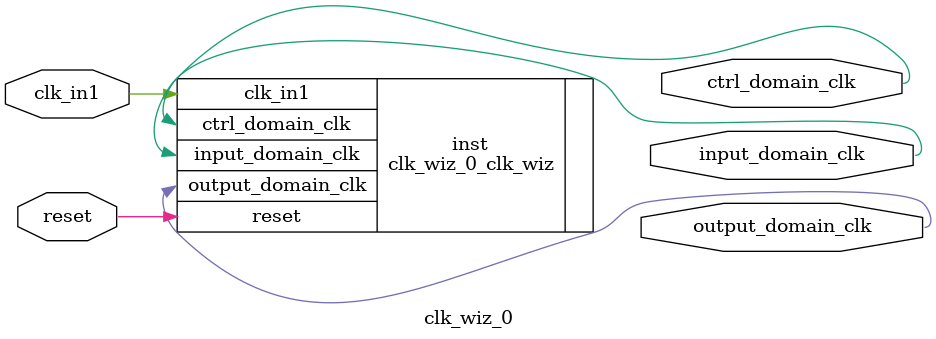
<source format=v>


`timescale 1ps/1ps

(* CORE_GENERATION_INFO = "clk_wiz_0,clk_wiz_v6_0_16_0_0,{component_name=clk_wiz_0,use_phase_alignment=true,use_min_o_jitter=false,use_max_i_jitter=false,use_dyn_phase_shift=false,use_inclk_switchover=false,use_dyn_reconfig=false,enable_axi=0,feedback_source=FDBK_AUTO,PRIMITIVE=MMCM,num_out_clk=3,clkin1_period=10.000,clkin2_period=10.000,use_power_down=false,use_reset=true,use_locked=false,use_inclk_stopped=false,feedback_type=SINGLE,CLOCK_MGR_TYPE=NA,manual_override=false}" *)

module clk_wiz_0 
 (
  // Clock out ports
  output        input_domain_clk,
  output        ctrl_domain_clk,
  output        output_domain_clk,
  // Status and control signals
  input         reset,
 // Clock in ports
  input         clk_in1
 );

  clk_wiz_0_clk_wiz inst
  (
  // Clock out ports  
  .input_domain_clk(input_domain_clk),
  .ctrl_domain_clk(ctrl_domain_clk),
  .output_domain_clk(output_domain_clk),
  // Status and control signals               
  .reset(reset), 
 // Clock in ports
  .clk_in1(clk_in1)
  );

endmodule

</source>
